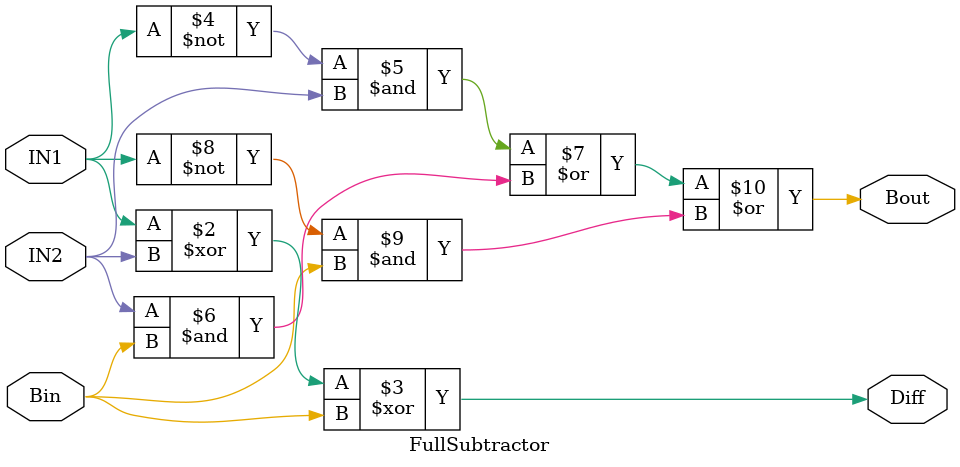
<source format=v>
`timescale 1ns / 1ps

module FullSubtractor(
    input IN1,
    input IN2,
    input Bin,
    output reg Diff,
    output reg Bout
    );
    
    always @(IN1 or IN2 or Bin)
        begin
            
            Diff = IN1^IN2^Bin;
            Bout = (~IN1&IN2) | (IN2&Bin) | (~IN1&Bin);
                      
        end
    
endmodule

</source>
